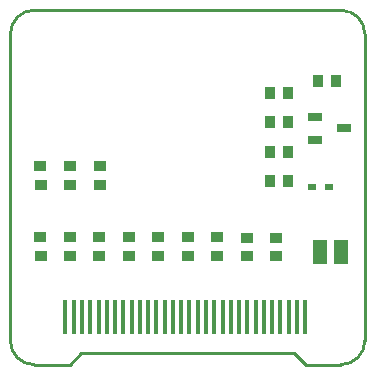
<source format=gtp>
G04*
G04 #@! TF.GenerationSoftware,Altium Limited,Altium Designer,18.1.9 (240)*
G04*
G04 Layer_Color=8421504*
%FSLAX24Y24*%
%MOIN*%
G70*
G01*
G75*
%ADD11C,0.0100*%
%ADD16R,0.0386X0.0366*%
%ADD17R,0.0154X0.1181*%
%ADD18R,0.0366X0.0386*%
%ADD19R,0.0492X0.0276*%
%ADD20R,0.0492X0.0276*%
%ADD21R,0.0386X0.0366*%
%ADD22R,0.0366X0.0386*%
%ADD23R,0.0500X0.0787*%
%ADD24R,0.0252X0.0197*%
D11*
X11024Y0D02*
G03*
X11811Y787I0J787D01*
G01*
Y11024D02*
G03*
X11024Y11811I-787J0D01*
G01*
X787D02*
G03*
X0Y11024I0J-787D01*
G01*
Y787D02*
G03*
X787Y0I787J0D01*
G01*
X9843Y0D02*
X11024D01*
X9449Y394D02*
X9843Y0D01*
X2362Y394D02*
X9449D01*
X1969Y0D02*
X2362Y394D01*
X787Y0D02*
X1969D01*
X11811Y787D02*
Y11024D01*
X787Y11811D02*
X11024D01*
X0Y787D02*
Y11024D01*
D16*
X5903Y4241D02*
D03*
X5905Y3634D02*
D03*
X1984D02*
D03*
X1982Y4241D02*
D03*
X6889Y3634D02*
D03*
X6887Y4241D02*
D03*
X4922Y3634D02*
D03*
X4920Y4241D02*
D03*
X3938Y3634D02*
D03*
X3936Y4241D02*
D03*
X2955Y3634D02*
D03*
X2953Y4241D02*
D03*
X1002Y3634D02*
D03*
X1000Y4241D02*
D03*
X2971Y5996D02*
D03*
X2969Y6603D02*
D03*
X1986Y5996D02*
D03*
X1984Y6603D02*
D03*
X1002Y5996D02*
D03*
X1000Y6603D02*
D03*
D17*
X9827Y1575D02*
D03*
X9551D02*
D03*
X9276D02*
D03*
X9000D02*
D03*
X8724D02*
D03*
X8449D02*
D03*
X8173D02*
D03*
X7898D02*
D03*
X7622D02*
D03*
X7346D02*
D03*
X7071D02*
D03*
X6795D02*
D03*
X6520D02*
D03*
X6244D02*
D03*
X5968D02*
D03*
X5693D02*
D03*
X1835D02*
D03*
X2110D02*
D03*
X2386D02*
D03*
X2661D02*
D03*
X2937D02*
D03*
X3213D02*
D03*
X3488D02*
D03*
X3764D02*
D03*
X4039D02*
D03*
X4315D02*
D03*
X4591D02*
D03*
X4866D02*
D03*
X5142D02*
D03*
X5417D02*
D03*
D18*
X10236Y9449D02*
D03*
X10843Y9451D02*
D03*
D19*
X10138Y8248D02*
D03*
Y7500D02*
D03*
D20*
X11122Y7874D02*
D03*
D21*
X8858Y4235D02*
D03*
Y3628D02*
D03*
X7875Y3625D02*
D03*
Y4232D02*
D03*
D22*
X8645Y9055D02*
D03*
X9252D02*
D03*
X8645Y8071D02*
D03*
X9252D02*
D03*
X9255Y7087D02*
D03*
X8648D02*
D03*
X8645Y6102D02*
D03*
X9252D02*
D03*
D23*
X10324Y3740D02*
D03*
X11024D02*
D03*
D24*
X10055Y5906D02*
D03*
X10630D02*
D03*
M02*

</source>
